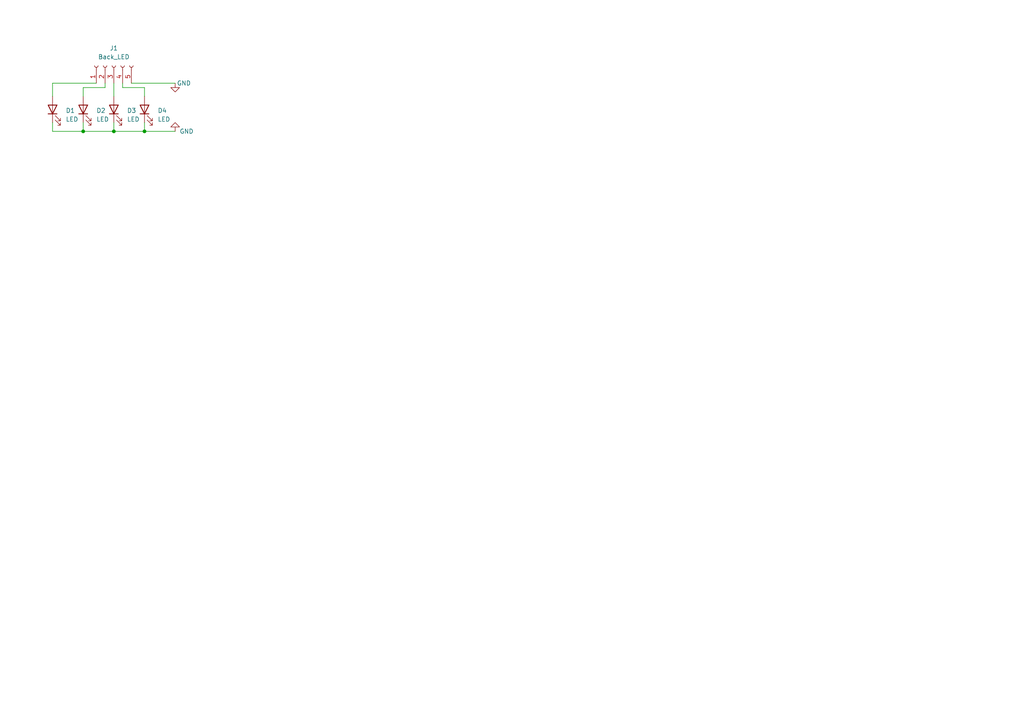
<source format=kicad_sch>
(kicad_sch (version 20211123) (generator eeschema)
  (paper "A4")
  (lib_symbols
    (symbol "Connector:Conn_01x05_Female" (pin_names (offset 1.016) hide)
      (property "Reference" "J" (at 0 7.62 0))
      (property "Value" "Conn_01x05_Female" (at 0 -7.62 0))
      (symbol "Conn_01x05_Female_1_1"
        (arc (start 0 -4.572) (mid -0.508 -5.08) (end 0 -5.588) (stroke (width 0.1524)))
        (arc (start 0 -2.032) (mid -0.508 -2.54) (end 0 -3.048) (stroke (width 0.1524)))
        (polyline (pts (xy -1.27 -5.08) (xy -0.508 -5.08)) (stroke (width 0.1524)))
        (polyline (pts (xy -1.27 -2.54) (xy -0.508 -2.54)) (stroke (width 0.1524)))
        (polyline (pts (xy -1.27 0) (xy -0.508 0)) (stroke (width 0.1524)))
        (polyline (pts (xy -1.27 2.54) (xy -0.508 2.54)) (stroke (width 0.1524)))
        (polyline (pts (xy -1.27 5.08) (xy -0.508 5.08)) (stroke (width 0.1524)))
        (arc (start 0 0.508) (mid -0.508 0) (end 0 -0.508) (stroke (width 0.1524)))
        (arc (start 0 3.048) (mid -0.508 2.54) (end 0 2.032) (stroke (width 0.1524)))
        (arc (start 0 5.588) (mid -0.508 5.08) (end 0 4.572) (stroke (width 0.1524)))
        (pin passive line (at -5.08 5.08 0) (length 3.81) (name "Pin_1") (number "1"))
        (pin passive line (at -5.08 2.54 0) (length 3.81) (name "Pin_2") (number "2"))
        (pin passive line (at -5.08 0 0) (length 3.81) (name "Pin_3") (number "3"))
        (pin passive line (at -5.08 -2.54 0) (length 3.81) (name "Pin_4") (number "4"))
        (pin passive line (at -5.08 -5.08 0) (length 3.81) (name "Pin_5") (number "5"))
      )
    )
    (symbol "Device:LED" (pin_numbers hide) (pin_names (offset 1.016) hide)
      (property "Reference" "D" (at 0 2.54 0))
      (property "Value" "LED" (at 0 -2.54 0))
      (symbol "LED_0_1"
        (polyline (pts (xy -1.27 -1.27) (xy -1.27 1.27)) (stroke (width 0.254)))
        (polyline (pts (xy -1.27 0) (xy 1.27 0)))
        (polyline (pts (xy 1.27 -1.27) (xy 1.27 1.27) (xy -1.27 0) (xy 1.27 -1.27)) (stroke (width 0.254)))
        (polyline (pts (xy -3.048 -0.762) (xy -4.572 -2.286) (xy -3.81 -2.286) (xy -4.572 -2.286) (xy -4.572 -1.524)))
        (polyline (pts (xy -1.778 -0.762) (xy -3.302 -2.286) (xy -2.54 -2.286) (xy -3.302 -2.286) (xy -3.302 -1.524)))
      )
      (symbol "LED_1_1"
        (pin passive line (at -3.81 0 0) (length 2.54) (name "K") (number "1"))
        (pin passive line (at 3.81 0 180) (length 2.54) (name "A") (number "2"))
      )
    )
    (symbol "power:GND" (power) (pin_names (offset 0))
      (property "Value" "GND" (at 0 -3.81 0))
      (symbol "GND_0_1"
        (polyline (pts (xy 0 0) (xy 0 -1.27) (xy 1.27 -1.27) (xy 0 -2.54) (xy -1.27 -1.27) (xy 0 -1.27)))
      )
      (symbol "GND_1_1"
        (pin power_in line (at 0 0 270) (length 0) hide (name "GND") (number "1"))
      )
    )
  )
  (junction (at 41.91 38.1))
  (junction (at 33.02 38.1))
  (junction (at 24.13 38.1))
  (wire (pts (xy 41.91 25.4) (xy 41.91 27.94)))
  (wire (pts (xy 41.91 35.56) (xy 41.91 38.1)))
  (wire (pts (xy 15.24 24.13) (xy 15.24 27.94)))
  (wire (pts (xy 15.24 38.1) (xy 15.24 35.56)))
  (wire (pts (xy 30.48 24.13) (xy 30.48 25.4)))
  (wire (pts (xy 30.48 25.4) (xy 24.13 25.4)))
  (wire (pts (xy 27.94 24.13) (xy 15.24 24.13)))
  (wire (pts (xy 33.02 38.1) (xy 24.13 38.1)))
  (wire (pts (xy 24.13 35.56) (xy 24.13 38.1)))
  (wire (pts (xy 38.1 24.13) (xy 50.8 24.13)))
  (wire (pts (xy 41.91 38.1) (xy 33.02 38.1)))
  (wire (pts (xy 24.13 38.1) (xy 15.24 38.1)))
  (wire (pts (xy 33.02 35.56) (xy 33.02 38.1)))
  (wire (pts (xy 50.8 38.1) (xy 41.91 38.1)))
  (wire (pts (xy 35.56 24.13) (xy 35.56 25.4)))
  (wire (pts (xy 33.02 24.13) (xy 33.02 27.94)))
  (wire (pts (xy 24.13 25.4) (xy 24.13 27.94)))
  (wire (pts (xy 35.56 25.4) (xy 41.91 25.4)))
  (symbol (lib_id "Connector:Conn_01x05_Female") (at 33.02 19.05 90) (unit 1)
    (property "Reference" "J1" (at 33.02 13.97 90))
    (property "Value" "Back_LED" (at 33.02 16.51 90))
    (property "Footprint" "Connector_PinSocket_2.54mm:PinSocket_1x05_P2.54mm_Vertical" (effects hide))
  )
  (symbol (lib_id "Device:LED") (at 41.91 31.75 90) (unit 1)
    (property "Reference" "D4" (at 45.72 32.0674 90) (effects (justify right)))
    (property "Value" "LED" (at 45.72 34.6074 90) (effects (justify right)))
    (property "Footprint" "Connector_PinSocket_2.54mm:PinSocket_1x02_P2.54mm_Horizontal" (effects hide))
  )
  (symbol (lib_id "Device:LED") (at 15.24 31.75 90) (unit 1)
    (property "Reference" "D1" (at 19.05 32.0674 90) (effects (justify right)))
    (property "Value" "LED" (at 19.05 34.6074 90) (effects (justify right)))
    (property "Footprint" "Connector_PinSocket_2.54mm:PinSocket_1x02_P2.54mm_Horizontal" (effects hide))
  )
  (symbol (lib_id "power:GND") (at 50.8 38.1 180) (unit 1)
    (property "Reference" "#PWR0101" (effects hide))
    (property "Value" "GND" (at 52.07 38.1 0) (effects (justify right)))
  )
  (symbol (lib_id "Device:LED") (at 24.13 31.75 90) (unit 1)
    (property "Reference" "D2" (at 27.94 32.0674 90) (effects (justify right)))
    (property "Value" "LED" (at 27.94 34.6074 90) (effects (justify right)))
    (property "Footprint" "Connector_PinSocket_2.54mm:PinSocket_1x02_P2.54mm_Horizontal" (effects hide))
  )
  (symbol (lib_id "power:GND") (at 50.8 24.13 0) (unit 1)
    (property "Reference" "#PWR0102" (effects hide))
    (property "Value" "GND" (at 53.34 24.13 0))
  )
  (symbol (lib_id "Device:LED") (at 33.02 31.75 90) (unit 1)
    (property "Reference" "D3" (at 36.83 32.0674 90) (effects (justify right)))
    (property "Value" "LED" (at 36.83 34.6074 90) (effects (justify right)))
    (property "Footprint" "Connector_PinSocket_2.54mm:PinSocket_1x02_P2.54mm_Horizontal" (effects hide))
  )
)
</source>
